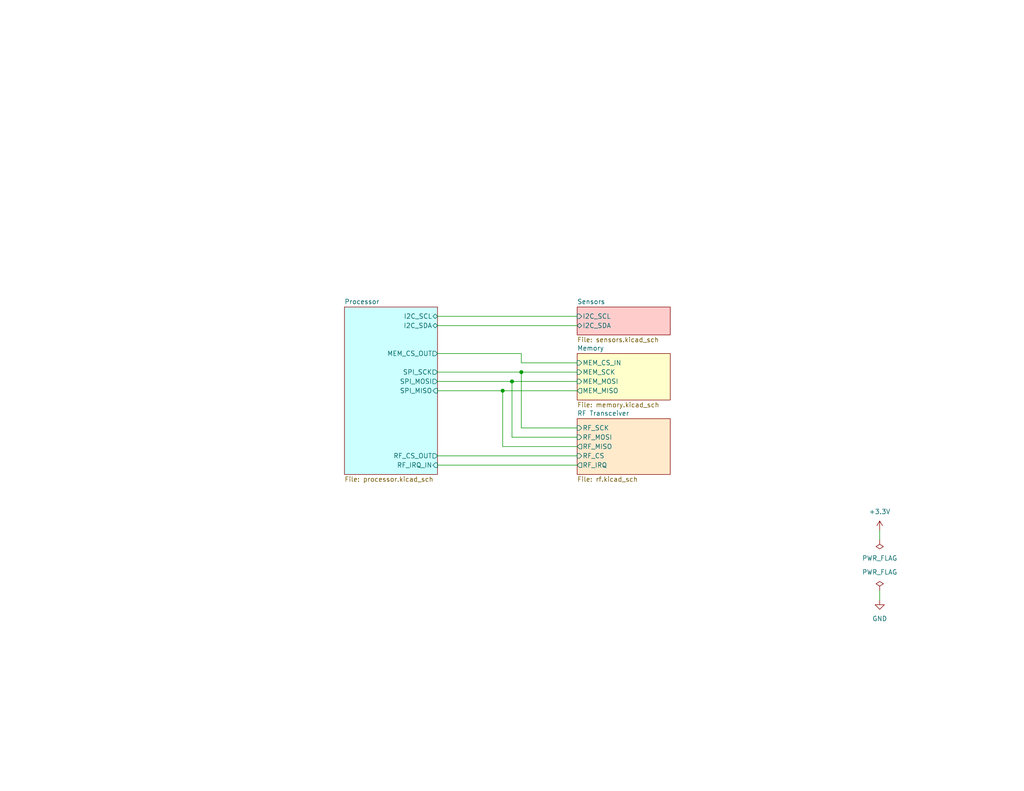
<source format=kicad_sch>
(kicad_sch (version 20250114) (generator "eeschema") (generator_version "9.0")
  (paper "USLetter")
  (title_block (title "Ingestible Capsule") (rev "1.0"))
  (lib_symbols
    (symbol "power:+3.3V" (power) (pin_numbers (hide yes)) (pin_names (offset 0) (hide yes))
      (property "Value" "+3.3V" (at 0 3.556 0))
      (symbol "+3.3V_0_1"
        (polyline (pts (xy -0.762 1.27) (xy 0 2.54)))
        (polyline (pts (xy 0 2.54) (xy 0.762 1.27)))
        (polyline (pts (xy 0 0) (xy 0 2.54)))
      )
      (symbol "+3.3V_1_1"
        (pin power_in line (at 0 0 90) (length 0) (name "~") (number "1"))
      )
    )
    (symbol "power:GND" (power) (pin_numbers (hide yes)) (pin_names (offset 0) (hide yes))
      (property "Value" "GND" (at 0 -3.81 0))
      (symbol "GND_0_1"
        (polyline (pts (xy 0 0) (xy 0 -1.27) (xy 1.27 -1.27) (xy 0 -2.54) (xy -1.27 -1.27) (xy 0 -1.27)))
      )
      (symbol "GND_1_1"
        (pin power_in line (at 0 0 270) (length 0) (name "~") (number "1"))
      )
    )
    (symbol "power:PWR_FLAG" (power) (pin_numbers (hide yes)) (pin_names (offset 0) (hide yes))
      (property "Value" "PWR_FLAG" (at 0 3.81 0))
      (symbol "PWR_FLAG_0_0"
        (pin power_out line (at 0 0 90) (length 0) (name "~") (number "1"))
      )
      (symbol "PWR_FLAG_0_1"
        (polyline (pts (xy 0 0) (xy 0 1.27) (xy -1.016 1.905) (xy 0 2.54) (xy 1.016 1.905) (xy 0 1.27)))
      )
    )
  )
  (junction (at 139.7 104.14))
  (junction (at 142.24 101.6))
  (junction (at 137.16 106.68))
  (wire (pts (xy 119.38 101.6) (xy 142.24 101.6)))
  (wire (pts (xy 119.38 127) (xy 157.48 127)))
  (wire (pts (xy 119.38 88.9) (xy 157.48 88.9)))
  (wire (pts (xy 119.38 96.52) (xy 142.24 96.52)))
  (wire (pts (xy 137.16 121.92) (xy 137.16 106.68)))
  (wire (pts (xy 137.16 121.92) (xy 157.48 121.92)))
  (wire (pts (xy 119.38 106.68) (xy 137.16 106.68)))
  (wire (pts (xy 139.7 119.38) (xy 139.7 104.14)))
  (wire (pts (xy 142.24 101.6) (xy 142.24 116.84)))
  (wire (pts (xy 119.38 124.46) (xy 157.48 124.46)))
  (wire (pts (xy 137.16 106.68) (xy 157.48 106.68)))
  (wire (pts (xy 240.03 144.78) (xy 240.03 147.32)))
  (wire (pts (xy 139.7 119.38) (xy 157.48 119.38)))
  (wire (pts (xy 119.38 104.14) (xy 139.7 104.14)))
  (wire (pts (xy 142.24 99.06) (xy 157.48 99.06)))
  (wire (pts (xy 240.03 161.29) (xy 240.03 163.83)))
  (wire (pts (xy 139.7 104.14) (xy 157.48 104.14)))
  (wire (pts (xy 142.24 101.6) (xy 157.48 101.6)))
  (wire (pts (xy 142.24 96.52) (xy 142.24 99.06)))
  (wire (pts (xy 142.24 116.84) (xy 157.48 116.84)))
  (wire (pts (xy 119.38 86.36) (xy 157.48 86.36)))
  (symbol (lib_id "power:PWR_FLAG") (at 240.03 161.29 0) (unit 1)
    (property "Reference" "#FLG02" (effects (hide yes)))
    (property "Value" "PWR_FLAG" (at 240.03 156.21 0))
    (property "Description" "Special symbol for telling ERC where power comes from" (effects (hide yes)))
  )
  (symbol (lib_id "power:GND") (at 240.03 163.83 0) (unit 1)
    (property "Reference" "#PWR02" (effects (hide yes)))
    (property "Value" "GND" (at 240.03 168.91 0))
    (property "Description" "Power symbol creates a global label with name \"GND\" , ground" (effects (hide yes)))
  )
  (symbol (lib_id "power:+3.3V") (at 240.03 144.78 0) (unit 1)
    (property "Reference" "#PWR01" (effects (hide yes)))
    (property "Value" "+3.3V" (at 240.03 139.7 0))
    (property "Description" "Power symbol creates a global label with name \"+3.3V\"" (effects (hide yes)))
  )
  (symbol (lib_id "power:PWR_FLAG") (at 240.03 147.32 180) (unit 1)
    (property "Reference" "#FLG01" (effects (hide yes)))
    (property "Value" "PWR_FLAG" (at 240.03 152.4 0))
    (property "Description" "Special symbol for telling ERC where power comes from" (effects (hide yes)))
  )
  (sheet (at 157.48 114.3) (size 25.4 15.24) (stroke (width 0.1524)) (fill (color 255 153 0 0.2000))
    (property "Sheetname" "RF Transceiver" (at 157.48 113.5884 0) (effects (justify left bottom)))
    (property "Sheetfile" "rf.kicad_sch" (at 157.48 130.1246 0) (effects (justify left top)))
    (pin "RF_CS" input (at 157.48 124.46 180))
    (pin "RF_MISO" output (at 157.48 121.92 180))
    (pin "RF_SCK" input (at 157.48 116.84 180))
    (pin "RF_IRQ" output (at 157.48 127 180))
    (pin "RF_MOSI" input (at 157.48 119.38 180))
  )
  (sheet (at 157.48 96.52) (size 25.4 12.7) (stroke (width 0.1524)) (fill (color 255 255 0 0.2000))
    (property "Sheetname" "Memory" (at 157.48 95.8084 0) (effects (justify left bottom)))
    (property "Sheetfile" "memory.kicad_sch" (at 157.48 109.8046 0) (effects (justify left top)))
    (pin "MEM_MISO" output (at 157.48 106.68 180))
    (pin "MEM_SCK" input (at 157.48 101.6 180))
    (pin "MEM_MOSI" input (at 157.48 104.14 180))
    (pin "MEM_CS_IN" input (at 157.48 99.06 180))
  )
  (sheet (at 93.98 83.82) (size 25.4 45.72) (stroke (width 0.1524)) (fill (color 0 255 255 0.2000))
    (property "Sheetname" "Processor" (at 93.98 83.1084 0) (effects (justify left bottom)))
    (property "Sheetfile" "processor.kicad_sch" (at 93.98 130.1246 0) (effects (justify left top)))
    (pin "RF_IRQ_IN" input (at 119.38 127 0))
    (pin "SPI_SCK" output (at 119.38 101.6 0))
    (pin "SPI_MOSI" output (at 119.38 104.14 0))
    (pin "RF_CS_OUT" output (at 119.38 124.46 0))
    (pin "MEM_CS_OUT" output (at 119.38 96.52 0))
    (pin "SPI_MISO" input (at 119.38 106.68 0))
    (pin "I2C_SDA" bidirectional (at 119.38 88.9 0))
    (pin "I2C_SCL" bidirectional (at 119.38 86.36 0))
  )
  (sheet (at 157.48 83.82) (size 25.4 7.62) (stroke (width 0.1524)) (fill (color 255 0 0 0.2000))
    (property "Sheetname" "Sensors" (at 157.48 83.1084 0) (effects (justify left bottom)))
    (property "Sheetfile" "sensors.kicad_sch" (at 157.48 92.0246 0) (effects (justify left top)))
    (pin "I2C_SDA" bidirectional (at 157.48 88.9 180))
    (pin "I2C_SCL" input (at 157.48 86.36 180))
  )
)
</source>
